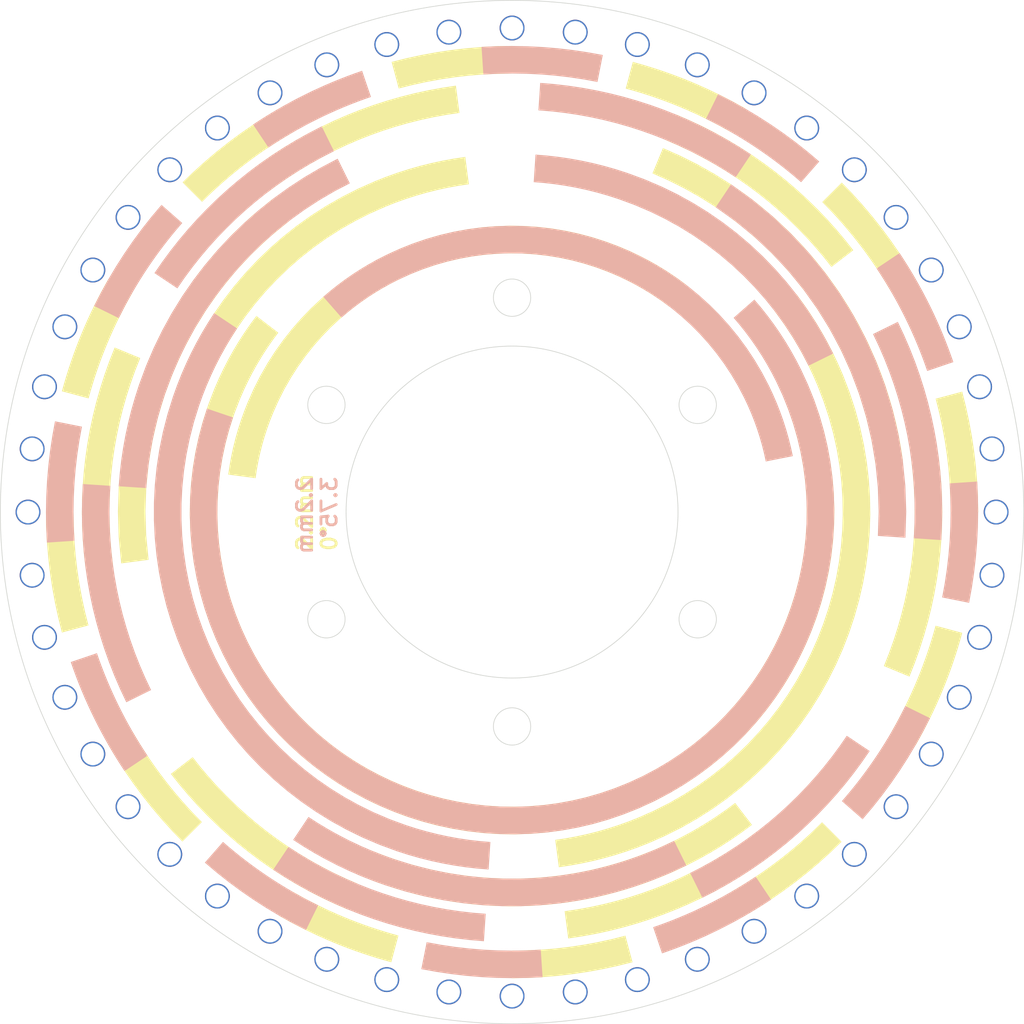
<source format=kicad_pcb>
(kicad_pcb (version 20240108) (generator "pcbnew") (generator_version "8.0")
  (title_block (title "Encoder Wheel 48") (date "${DATE}") (rev "2.1.1") (company "OpenFlap") (comment 1 "${GIT_TAG}") (comment 2 "Repo: github.com/ToonVanEyck/OpenFlap") (comment 3 "Designer: Toon Van Eyck"))
  (layers (0 "F.Cu" signal) (31 "B.Cu" signal) (34 "B.Paste" user) (35 "F.Paste" user) (36 "B.SilkS" user "B.Silkscreen") (37 "F.SilkS" user "F.Silkscreen") (38 "B.Mask" user) (39 "F.Mask" user) (44 "Edge.Cuts" user))
  (net 0 "")
  (footprint "EncoderPattern:OpenFlapEncoderPattern48_2.2mm" (layer "F.Cu") (at 101 100)
    (property "Reference" "REF**" (hide yes))
    (property "Value" "OpenFlapEncoderPattern48_2.2mm" (hide yes))
  )
  (footprint "EncoderPattern:OpenFlapEncoderPattern48_2.2mm" (layer "B.Cu") (at 101 100 -176.25)
    (property "Reference" "REF**" (hide yes))
    (property "Value" "OpenFlapEncoderPattern48_2.2mm" (hide yes))
  )
  (gr_circle (center 87.576606 107.75) (end 88.926606 107.75) (stroke (width 0.05)) (fill none) (layer "Edge.Cuts"))
  (gr_circle (center 101 100) (end 113 100) (stroke (width 0.05)) (fill none) (layer "Edge.Cuts"))
  (gr_circle (center 101 84.5) (end 102.35 84.5) (stroke (width 0.05)) (fill none) (layer "Edge.Cuts"))
  (gr_circle (center 114.423394 92.25) (end 115.773394 92.25) (stroke (width 0.05)) (fill none) (layer "Edge.Cuts"))
  (gr_circle (center 87.576606 92.25) (end 88.926606 92.25) (stroke (width 0.05)) (fill none) (layer "Edge.Cuts"))
  (gr_circle (center 101 100) (end 138 100) (stroke (width 0.05)) (fill none) (layer "Edge.Cuts"))
  (gr_circle (center 114.423394 107.75) (end 115.773394 107.75) (stroke (width 0.05)) (fill none) (layer "Edge.Cuts"))
  (gr_circle (center 101 115.5) (end 102.35 115.5) (stroke (width 0.05)) (fill none) (layer "Edge.Cuts"))
  (gr_text "2.2mm \n3.75°" (at 88.427 97.333 90) (layer "B.SilkS") (effects (font (size 1.1 1.1) (thickness 0.2) (bold yes)) (justify left bottom mirror)))
  (gr_text "2.2mm \n0°" (at 88.427 102.921 90) (layer "F.SilkS") (effects (font (size 1.1 1.1) (thickness 0.2) (bold yes)) (justify left bottom)))
  (via (at 118.5 130.310889) (size 1.8) (drill 1.6) (layers "F.Cu" "B.Cu") (net 0))
  (via (at 105.568417 134.70057) (size 1.8) (drill 1.6) (layers "F.Cu" "B.Cu") (net 0))
  (via (at 83.5 69.689111) (size 1.8) (drill 1.6) (layers "F.Cu" "B.Cu") (net 0))
  (via (at 83.5 130.310889) (size 1.8) (drill 1.6) (layers "F.Cu" "B.Cu") (net 0))
  (via (at 110.058667 133.807404) (size 1.8) (drill 1.6) (layers "F.Cu" "B.Cu") (net 0))
  (via (at 87.60608 132.335784) (size 1.8) (drill 1.6) (layers "F.Cu" "B.Cu") (net 0))
  (via (at 134.807404 90.941333) (size 1.8) (drill 1.6) (layers "F.Cu" "B.Cu") (net 0))
  (via (at 125.748737 75.251263) (size 1.8) (drill 1.6) (layers "F.Cu" "B.Cu") (net 0))
  (via (at 96.431583 65.29943) (size 1.8) (drill 1.6) (layers "F.Cu" "B.Cu") (net 0))
  (via (at 114.39392 67.664216) (size 1.8) (drill 1.6) (layers "F.Cu" "B.Cu") (net 0))
  (via (at 91.941333 133.807404) (size 1.8) (drill 1.6) (layers "F.Cu" "B.Cu") (net 0))
  (via (at 110.058667 66.192596) (size 1.8) (drill 1.6) (layers "F.Cu" "B.Cu") (net 0))
  (via (at 105.568417 65.29943) (size 1.8) (drill 1.6) (layers "F.Cu" "B.Cu") (net 0))
  (via (at 131.310889 82.5) (size 1.8) (drill 1.6) (layers "F.Cu" "B.Cu") (net 0))
  (via (at 128.767367 78.69335) (size 1.8) (drill 1.6) (layers "F.Cu" "B.Cu") (net 0))
  (via (at 114.39392 132.335784) (size 1.8) (drill 1.6) (layers "F.Cu" "B.Cu") (net 0))
  (via (at 79.69335 127.767367) (size 1.8) (drill 1.6) (layers "F.Cu" "B.Cu") (net 0))
  (via (at 68.664216 86.60608) (size 1.8) (drill 1.6) (layers "F.Cu" "B.Cu") (net 0))
  (via (at 68.664216 113.39392) (size 1.8) (drill 1.6) (layers "F.Cu" "B.Cu") (net 0))
  (via (at 134.807404 109.058667) (size 1.8) (drill 1.6) (layers "F.Cu" "B.Cu") (net 0))
  (via (at 101 135) (size 1.8) (drill 1.6) (layers "F.Cu" "B.Cu") (net 0))
  (via (at 79.69335 72.232633) (size 1.8) (drill 1.6) (layers "F.Cu" "B.Cu") (net 0))
  (via (at 118.5 69.689111) (size 1.8) (drill 1.6) (layers "F.Cu" "B.Cu") (net 0))
  (via (at 96.431583 134.70057) (size 1.8) (drill 1.6) (layers "F.Cu" "B.Cu") (net 0))
  (via (at 101 65) (size 1.8) (drill 1.6) (layers "F.Cu" "B.Cu") (net 0))
  (via (at 136 100) (size 1.8) (drill 1.6) (layers "F.Cu" "B.Cu") (net 0))
  (via (at 135.70057 95.431583) (size 1.8) (drill 1.6) (layers "F.Cu" "B.Cu") (net 0))
  (via (at 133.335784 113.39392) (size 1.8) (drill 1.6) (layers "F.Cu" "B.Cu") (net 0))
  (via (at 67.192596 90.941333) (size 1.8) (drill 1.6) (layers "F.Cu" "B.Cu") (net 0))
  (via (at 70.689111 82.5) (size 1.8) (drill 1.6) (layers "F.Cu" "B.Cu") (net 0))
  (via (at 67.192596 109.058667) (size 1.8) (drill 1.6) (layers "F.Cu" "B.Cu") (net 0))
  (via (at 70.689111 117.5) (size 1.8) (drill 1.6) (layers "F.Cu" "B.Cu") (net 0))
  (via (at 133.335784 86.60608) (size 1.8) (drill 1.6) (layers "F.Cu" "B.Cu") (net 0))
  (via (at 87.60608 67.664216) (size 1.8) (drill 1.6) (layers "F.Cu" "B.Cu") (net 0))
  (via (at 122.30665 72.232633) (size 1.8) (drill 1.6) (layers "F.Cu" "B.Cu") (net 0))
  (via (at 73.232633 121.30665) (size 1.8) (drill 1.6) (layers "F.Cu" "B.Cu") (net 0))
  (via (at 125.748737 124.748737) (size 1.8) (drill 1.6) (layers "F.Cu" "B.Cu") (net 0))
  (via (at 66.29943 104.568417) (size 1.8) (drill 1.6) (layers "F.Cu" "B.Cu") (net 0))
  (via (at 122.30665 127.767367) (size 1.8) (drill 1.6) (layers "F.Cu" "B.Cu") (net 0))
  (via (at 91.941333 66.192596) (size 1.8) (drill 1.6) (layers "F.Cu" "B.Cu") (net 0))
  (via (at 73.232633 78.69335) (size 1.8) (drill 1.6) (layers "F.Cu" "B.Cu") (net 0))
  (via (at 128.767367 121.30665) (size 1.8) (drill 1.6) (layers "F.Cu" "B.Cu") (net 0))
  (via (at 66.29943 95.431583) (size 1.8) (drill 1.6) (layers "F.Cu" "B.Cu") (net 0))
  (via (at 76.251263 75.251263) (size 1.8) (drill 1.6) (layers "F.Cu" "B.Cu") (net 0))
  (via (at 66 100) (size 1.8) (drill 1.6) (layers "F.Cu" "B.Cu") (net 0))
  (via (at 135.70057 104.568417) (size 1.8) (drill 1.6) (layers "F.Cu" "B.Cu") (net 0))
  (via (at 131.310889 117.5) (size 1.8) (drill 1.6) (layers "F.Cu" "B.Cu") (net 0))
  (via (at 76.251263 124.748737) (size 1.8) (drill 1.6) (layers "F.Cu" "B.Cu") (net 0))
)
</source>
